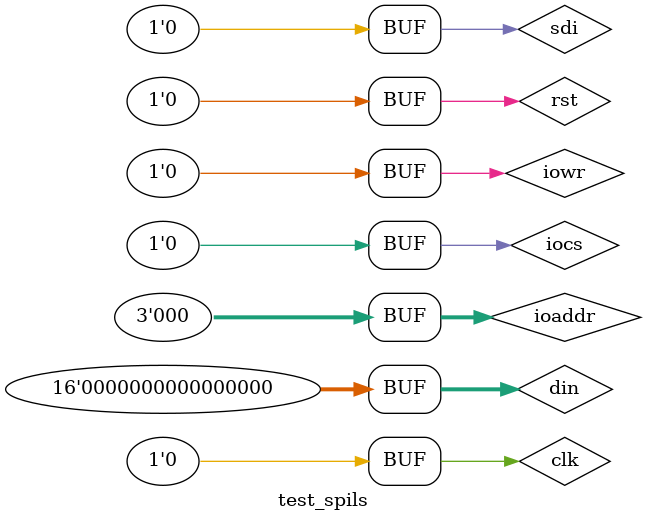
<source format=v>
`timescale 1ns / 1ps

module test_spils;

	// Inputs
	reg iocs;
	reg [2:0] ioaddr;
	reg [15:0] din;
	reg iowr;
	reg sdi;
	reg clk;
	reg rst;

	// Outputs
	wire [15:0] dout;
	wire sdo;
	wire sck;
	wire ss0n,ss1n;

	// Instantiate the Unit Under Test (UUT)
	spils uut (
		.iocs(iocs), 
		.ioaddr(ioaddr), 
		.din(din), 
		.iowr(iowr), 
		.dout(dout), 
		.sdi(sdi), 
		.sdo(sdo), 
		.sck(sck), 
		.ss0n(ss0n), 
		.ss1n(ss1n), 
		.clk(clk), 
		.rst(rst)
	);

	initial begin
		// Initialize Inputs
		iocs = 0;
		ioaddr = 0;
		din = 0;
		iowr = 0;
		sdi = 0;
		clk = 0;
		rst = 0;

		// Wait 100 ns for global reset to finish
		#100;
        
		// Reset
		#5 clk = 0; rst = 1;
		#5 clk = 1;
		#5 clk = 0; rst = 0;
		#5 clk = 1;
		// SS on
		#5 clk = 0; iocs = 1; ioaddr = 3; iowr = 1; din = 0;
		#5 clk = 1;
		// output byte 1
		#5 clk = 0; iocs = 1; ioaddr = 0; iowr = 1; din = 8'hFF;
		#5 clk = 1;
		// SDI = 0
		repeat (256)
		begin
			#5 clk = 0; iocs = 0; ioaddr = 0; iowr = 0; din = 0; sdi = 0;	// 00
			#5 clk = 1;
		end
		// input byte
		#5 clk = 0; iocs = 1; ioaddr = 0; sdi = 0;
		#5 clk = 1;
		#5 clk = 0; iocs = 1; ioaddr = 0; iowr = 0;
		#5 clk = 1;
		// output byte 2
		#5 clk = 0; iocs = 1; ioaddr = 0; iowr = 1; din = 8'hAA;
		#5 clk = 1;
		// generate data on SDI
		repeat (4)
		begin
			repeat (32)
			begin
				#5 clk = 0; iocs = 0; ioaddr = 0; iowr = 0; din = 0; sdi = 0;	// 55
				#5 clk = 1;
			end
			repeat (32)
			begin
				#5 clk = 0; iocs = 0; ioaddr = 0; iowr = 0; din = 0; sdi = 1;
				#5 clk = 1;
			end
		end
		// input byte
		#5 clk = 0; iocs = 1; ioaddr = 0; sdi = 0;
		#5 clk = 1;
		#5 clk = 0; iocs = 1; ioaddr = 0; iowr = 0;
		#5 clk = 1;
		// SS off
		#5 clk = 0; iocs = 1; ioaddr = 2; iowr = 1; din = 0;
		#5 clk = 1;
		// change address
		#5 clk = 0; iocs = 1; ioaddr = 1; iowr = 1; din = 1;
		#5 clk = 1;
		// SS on
		#5 clk = 0; iocs = 1; ioaddr = 3; iowr = 1; din = 0;
		#5 clk = 1;
		// output byte 3
		#5 clk = 0; iocs = 1; ioaddr = 0; iowr = 1; din = 8'h55;
		#5 clk = 1;
		// generate data on SDI
		repeat (4)
		begin
			repeat (32)
			begin
				#5 clk = 0; iocs = 0; ioaddr = 0; iowr = 0; din = 0; sdi = 1;	// AA
				#5 clk = 1;
			end
			repeat (32)
			begin
				#5 clk = 0; iocs = 0; ioaddr = 0; iowr = 0; din = 0; sdi = 0;
				#5 clk = 1;
			end
		end
		// input byte
		#5 clk = 0; iocs = 1; ioaddr = 0; sdi = 0;
		#5 clk = 1;
		#5 clk = 0; iocs = 1; ioaddr = 0; iowr = 0;
		#5 clk = 1;
		// output byte 4
		#5 clk = 0; iocs = 1; ioaddr = 0; iowr = 1; din = 8'h00;
		#5 clk = 1;
		// SDI = FF
		repeat (256)
		begin
			#5 clk = 0; iocs = 0; ioaddr = 0; iowr = 0; din = 0; sdi = 1;	// FF
			#5 clk = 1;
		end
		// SS off
		#5 clk = 0; iocs = 1; ioaddr = 2; iowr = 1; din = 0;
		#5 clk = 1;
		// input byte
		#5 clk = 0; iocs = 1; ioaddr = 0; sdi = 0;
		#5 clk = 1;
		#5 clk = 0; iocs = 1; ioaddr = 0; iowr = 0;
		#5 clk = 1;
		#5 clk = 0; iocs = 0; ioaddr = 0; iowr = 0;
	end
      
endmodule


</source>
